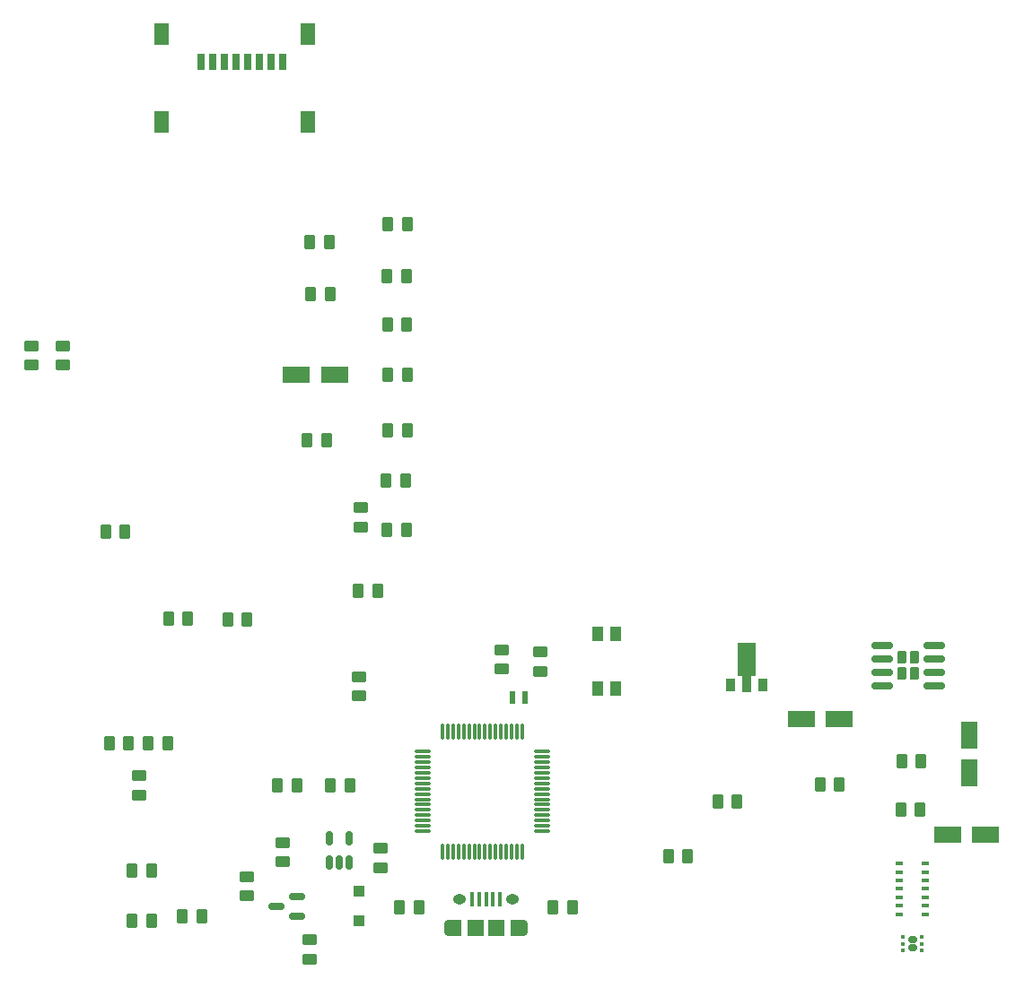
<source format=gbr>
%TF.GenerationSoftware,KiCad,Pcbnew,7.0.7*%
%TF.CreationDate,2023-11-17T10:09:11-08:00*%
%TF.ProjectId,Final_Project_Sutton_Yazzolino,46696e61-6c5f-4507-926f-6a6563745f53,rev?*%
%TF.SameCoordinates,Original*%
%TF.FileFunction,Paste,Top*%
%TF.FilePolarity,Positive*%
%FSLAX46Y46*%
G04 Gerber Fmt 4.6, Leading zero omitted, Abs format (unit mm)*
G04 Created by KiCad (PCBNEW 7.0.7) date 2023-11-17 10:09:11*
%MOMM*%
%LPD*%
G01*
G04 APERTURE LIST*
G04 Aperture macros list*
%AMRoundRect*
0 Rectangle with rounded corners*
0 $1 Rounding radius*
0 $2 $3 $4 $5 $6 $7 $8 $9 X,Y pos of 4 corners*
0 Add a 4 corners polygon primitive as box body*
4,1,4,$2,$3,$4,$5,$6,$7,$8,$9,$2,$3,0*
0 Add four circle primitives for the rounded corners*
1,1,$1+$1,$2,$3*
1,1,$1+$1,$4,$5*
1,1,$1+$1,$6,$7*
1,1,$1+$1,$8,$9*
0 Add four rect primitives between the rounded corners*
20,1,$1+$1,$2,$3,$4,$5,0*
20,1,$1+$1,$4,$5,$6,$7,0*
20,1,$1+$1,$6,$7,$8,$9,0*
20,1,$1+$1,$8,$9,$2,$3,0*%
%AMFreePoly0*
4,1,9,3.862500,-0.866500,0.737500,-0.866500,0.737500,-0.450000,-0.737500,-0.450000,-0.737500,0.450000,0.737500,0.450000,0.737500,0.866500,3.862500,0.866500,3.862500,-0.866500,3.862500,-0.866500,$1*%
G04 Aperture macros list end*
%ADD10RoundRect,0.250000X-0.262500X-0.450000X0.262500X-0.450000X0.262500X0.450000X-0.262500X0.450000X0*%
%ADD11RoundRect,0.250000X0.262500X0.450000X-0.262500X0.450000X-0.262500X-0.450000X0.262500X-0.450000X0*%
%ADD12RoundRect,0.250000X0.450000X-0.262500X0.450000X0.262500X-0.450000X0.262500X-0.450000X-0.262500X0*%
%ADD13RoundRect,0.250000X-1.050000X-0.550000X1.050000X-0.550000X1.050000X0.550000X-1.050000X0.550000X0*%
%ADD14RoundRect,0.250000X0.550000X-1.050000X0.550000X1.050000X-0.550000X1.050000X-0.550000X-1.050000X0*%
%ADD15R,0.600000X1.200000*%
%ADD16RoundRect,0.150000X0.150000X-0.512500X0.150000X0.512500X-0.150000X0.512500X-0.150000X-0.512500X0*%
%ADD17R,1.000000X1.450000*%
%ADD18RoundRect,0.250000X-0.450000X0.262500X-0.450000X-0.262500X0.450000X-0.262500X0.450000X0.262500X0*%
%ADD19RoundRect,0.150000X0.587500X0.150000X-0.587500X0.150000X-0.587500X-0.150000X0.587500X-0.150000X0*%
%ADD20O,0.890000X1.550000*%
%ADD21O,1.250000X0.950000*%
%ADD22R,0.400000X1.350000*%
%ADD23R,1.200000X1.550000*%
%ADD24R,1.500000X1.550000*%
%ADD25R,0.800000X1.500000*%
%ADD26R,1.450000X2.000000*%
%ADD27RoundRect,0.250000X-0.300000X0.300000X-0.300000X-0.300000X0.300000X-0.300000X0.300000X0.300000X0*%
%ADD28RoundRect,0.087500X0.287500X0.087500X-0.287500X0.087500X-0.287500X-0.087500X0.287500X-0.087500X0*%
%ADD29RoundRect,0.230000X0.230000X0.375000X-0.230000X0.375000X-0.230000X-0.375000X0.230000X-0.375000X0*%
%ADD30RoundRect,0.150000X0.825000X0.150000X-0.825000X0.150000X-0.825000X-0.150000X0.825000X-0.150000X0*%
%ADD31R,0.900000X1.300000*%
%ADD32FreePoly0,90.000000*%
%ADD33RoundRect,0.075000X-0.075000X0.662500X-0.075000X-0.662500X0.075000X-0.662500X0.075000X0.662500X0*%
%ADD34RoundRect,0.075000X-0.662500X0.075000X-0.662500X-0.075000X0.662500X-0.075000X0.662500X0.075000X0*%
%ADD35RoundRect,0.160000X0.245000X0.160000X-0.245000X0.160000X-0.245000X-0.160000X0.245000X-0.160000X0*%
%ADD36RoundRect,0.093750X0.093750X0.106250X-0.093750X0.106250X-0.093750X-0.106250X0.093750X-0.106250X0*%
G04 APERTURE END LIST*
D10*
%TO.C,R10*%
X131525000Y-126750000D03*
X133350000Y-126750000D03*
%TD*%
D11*
%TO.C,R22*%
X139875000Y-138275000D03*
X138050000Y-138275000D03*
%TD*%
D10*
%TO.C,R21*%
X152500000Y-138325000D03*
X154325000Y-138325000D03*
%TD*%
D11*
%TO.C,R13*%
X169875000Y-128300000D03*
X168050000Y-128300000D03*
%TD*%
D12*
%TO.C,R11*%
X106300000Y-87100000D03*
X106300000Y-85275000D03*
%TD*%
%TO.C,R7*%
X103350000Y-87100000D03*
X103350000Y-85275000D03*
%TD*%
D10*
%TO.C,R5*%
X163400000Y-133425000D03*
X165225000Y-133425000D03*
%TD*%
D13*
%TO.C,C7*%
X189750000Y-131425000D03*
X193350000Y-131425000D03*
%TD*%
%TO.C,C5*%
X175950000Y-120525000D03*
X179550000Y-120525000D03*
%TD*%
D14*
%TO.C,C3*%
X191800000Y-125625000D03*
X191800000Y-122025000D03*
%TD*%
D13*
%TO.C,C1*%
X128325000Y-87975000D03*
X131925000Y-87975000D03*
%TD*%
D15*
%TO.C,Y1*%
X149875000Y-118500000D03*
X148675000Y-118500000D03*
%TD*%
D16*
%TO.C,U4*%
X131400000Y-134075000D03*
X132350000Y-134075000D03*
X133300000Y-134075000D03*
X133300000Y-131800000D03*
X131400000Y-131800000D03*
%TD*%
D17*
%TO.C,SW1*%
X158400000Y-117600000D03*
X158400000Y-112450000D03*
X156700000Y-112450000D03*
X156700000Y-117600000D03*
%TD*%
D10*
%TO.C,R20*%
X117575000Y-139150000D03*
X119400000Y-139150000D03*
%TD*%
%TO.C,R19*%
X112800000Y-139600000D03*
X114625000Y-139600000D03*
%TD*%
%TO.C,R18*%
X112800000Y-134825000D03*
X114625000Y-134825000D03*
%TD*%
D18*
%TO.C,R17*%
X134200000Y-118337500D03*
X134200000Y-116512500D03*
%TD*%
D10*
%TO.C,R16*%
X110300000Y-102850000D03*
X112125000Y-102850000D03*
%TD*%
D11*
%TO.C,R15*%
X116175000Y-122775000D03*
X114350000Y-122775000D03*
%TD*%
D10*
%TO.C,R14*%
X126537500Y-126750000D03*
X128362500Y-126750000D03*
%TD*%
%TO.C,R12*%
X110650000Y-122775000D03*
X112475000Y-122775000D03*
%TD*%
D12*
%TO.C,R9*%
X136225000Y-134550000D03*
X136225000Y-132725000D03*
%TD*%
D18*
%TO.C,R8*%
X129600000Y-141350000D03*
X129600000Y-143175000D03*
%TD*%
D10*
%TO.C,R6*%
X116225000Y-111000000D03*
X118050000Y-111000000D03*
%TD*%
%TO.C,R4*%
X134150000Y-108400000D03*
X135975000Y-108400000D03*
%TD*%
%TO.C,R3*%
X185325000Y-129075000D03*
X187150000Y-129075000D03*
%TD*%
D11*
%TO.C,R2*%
X121850000Y-111075000D03*
X123675000Y-111075000D03*
%TD*%
D18*
%TO.C,R1*%
X113450000Y-127675000D03*
X113450000Y-125850000D03*
%TD*%
D19*
%TO.C,Q1*%
X128337500Y-139150000D03*
X128337500Y-137250000D03*
X126462500Y-138200000D03*
%TD*%
D20*
%TO.C,J2*%
X142700000Y-140200000D03*
X149700000Y-140200000D03*
D21*
X148700000Y-137500000D03*
X143700000Y-137500000D03*
D22*
X144900000Y-137500000D03*
X145550000Y-137500000D03*
X146200000Y-137500000D03*
X146850000Y-137500000D03*
X147500000Y-137500000D03*
D23*
X143300000Y-140200000D03*
D24*
X147200000Y-140200000D03*
D23*
X149100000Y-140200000D03*
D24*
X145200000Y-140200000D03*
%TD*%
D25*
%TO.C,J1*%
X119300000Y-58450000D03*
X120400000Y-58450000D03*
X121500000Y-58450000D03*
X122600000Y-58450000D03*
X123700000Y-58450000D03*
X124800000Y-58450000D03*
X125900000Y-58450000D03*
X127000000Y-58450000D03*
D26*
X115625000Y-55850000D03*
X115625000Y-64150000D03*
X129375000Y-64150000D03*
X129375000Y-55850000D03*
%TD*%
D12*
%TO.C,FB1*%
X134375000Y-100562500D03*
X134375000Y-102387500D03*
%TD*%
D27*
%TO.C,D2*%
X134200000Y-136800000D03*
X134200000Y-139600000D03*
%TD*%
D10*
%TO.C,C20*%
X131475000Y-80350000D03*
X129650000Y-80350000D03*
%TD*%
%TO.C,C19*%
X129600000Y-75475000D03*
X131425000Y-75475000D03*
%TD*%
D18*
%TO.C,C18*%
X123625000Y-135387500D03*
X123625000Y-137212500D03*
%TD*%
D12*
%TO.C,C17*%
X151300000Y-114175000D03*
X151300000Y-116000000D03*
%TD*%
D18*
%TO.C,C16*%
X147650000Y-115800000D03*
X147650000Y-113975000D03*
%TD*%
D10*
%TO.C,C15*%
X136875000Y-78650000D03*
X138700000Y-78650000D03*
%TD*%
%TO.C,C14*%
X136775000Y-98000000D03*
X138600000Y-98000000D03*
%TD*%
%TO.C,C13*%
X136850000Y-102675000D03*
X138675000Y-102675000D03*
%TD*%
%TO.C,C12*%
X136925000Y-73750000D03*
X138750000Y-73750000D03*
%TD*%
D18*
%TO.C,C11*%
X127000000Y-132175000D03*
X127000000Y-134000000D03*
%TD*%
D10*
%TO.C,C10*%
X136925000Y-93250000D03*
X138750000Y-93250000D03*
%TD*%
%TO.C,C9*%
X136950000Y-88025000D03*
X138775000Y-88025000D03*
%TD*%
%TO.C,C8*%
X136900000Y-83250000D03*
X138725000Y-83250000D03*
%TD*%
D11*
%TO.C,C6*%
X179525000Y-126700000D03*
X177700000Y-126700000D03*
%TD*%
D10*
%TO.C,C4*%
X185400000Y-124475000D03*
X187225000Y-124475000D03*
%TD*%
%TO.C,C2*%
X129325000Y-94175000D03*
X131150000Y-94175000D03*
%TD*%
D28*
%TO.C,U1*%
X187625000Y-138950000D03*
X187625000Y-138150000D03*
X187625000Y-137350000D03*
X187625000Y-136550000D03*
X187625000Y-135750000D03*
X187625000Y-134950000D03*
X187625000Y-134150000D03*
X185225000Y-134150000D03*
X185225000Y-134950000D03*
X185225000Y-135750000D03*
X185225000Y-136550000D03*
X185225000Y-137350000D03*
X185225000Y-138150000D03*
X185225000Y-138950000D03*
%TD*%
D29*
%TO.C,LDO3.3V1*%
X186595000Y-116190000D03*
X186595000Y-114690000D03*
X185455000Y-116190000D03*
X185455000Y-114690000D03*
D30*
X188500000Y-117345000D03*
X188500000Y-116075000D03*
X188500000Y-114805000D03*
X188500000Y-113535000D03*
X183550000Y-113535000D03*
X183550000Y-114805000D03*
X183550000Y-116075000D03*
X183550000Y-117345000D03*
%TD*%
D31*
%TO.C,LDO1.8V1*%
X169300000Y-117275000D03*
D32*
X170800000Y-117187500D03*
D31*
X172300000Y-117275000D03*
%TD*%
D33*
%TO.C,U3*%
X149600000Y-121675000D03*
X149100000Y-121675000D03*
X148600000Y-121675000D03*
X148100000Y-121675000D03*
X147600000Y-121675000D03*
X147100000Y-121675000D03*
X146600000Y-121675000D03*
X146100000Y-121675000D03*
X145600000Y-121675000D03*
X145100000Y-121675000D03*
X144600000Y-121675000D03*
X144100000Y-121675000D03*
X143600000Y-121675000D03*
X143100000Y-121675000D03*
X142600000Y-121675000D03*
X142100000Y-121675000D03*
D34*
X140187500Y-123587500D03*
X140187500Y-124087500D03*
X140187500Y-124587500D03*
X140187500Y-125087500D03*
X140187500Y-125587500D03*
X140187500Y-126087500D03*
X140187500Y-126587500D03*
X140187500Y-127087500D03*
X140187500Y-127587500D03*
X140187500Y-128087500D03*
X140187500Y-128587500D03*
X140187500Y-129087500D03*
X140187500Y-129587500D03*
X140187500Y-130087500D03*
X140187500Y-130587500D03*
X140187500Y-131087500D03*
D33*
X142100000Y-133000000D03*
X142600000Y-133000000D03*
X143100000Y-133000000D03*
X143600000Y-133000000D03*
X144100000Y-133000000D03*
X144600000Y-133000000D03*
X145100000Y-133000000D03*
X145600000Y-133000000D03*
X146100000Y-133000000D03*
X146600000Y-133000000D03*
X147100000Y-133000000D03*
X147600000Y-133000000D03*
X148100000Y-133000000D03*
X148600000Y-133000000D03*
X149100000Y-133000000D03*
X149600000Y-133000000D03*
D34*
X151512500Y-131087500D03*
X151512500Y-130587500D03*
X151512500Y-130087500D03*
X151512500Y-129587500D03*
X151512500Y-129087500D03*
X151512500Y-128587500D03*
X151512500Y-128087500D03*
X151512500Y-127587500D03*
X151512500Y-127087500D03*
X151512500Y-126587500D03*
X151512500Y-126087500D03*
X151512500Y-125587500D03*
X151512500Y-125087500D03*
X151512500Y-124587500D03*
X151512500Y-124087500D03*
X151512500Y-123587500D03*
%TD*%
D35*
%TO.C,U2*%
X186437500Y-142125000D03*
X186437500Y-141325000D03*
D36*
X187325000Y-142375000D03*
X187325000Y-141725000D03*
X187325000Y-141075000D03*
X185550000Y-141075000D03*
X185550000Y-141725000D03*
X185550000Y-142375000D03*
%TD*%
M02*

</source>
